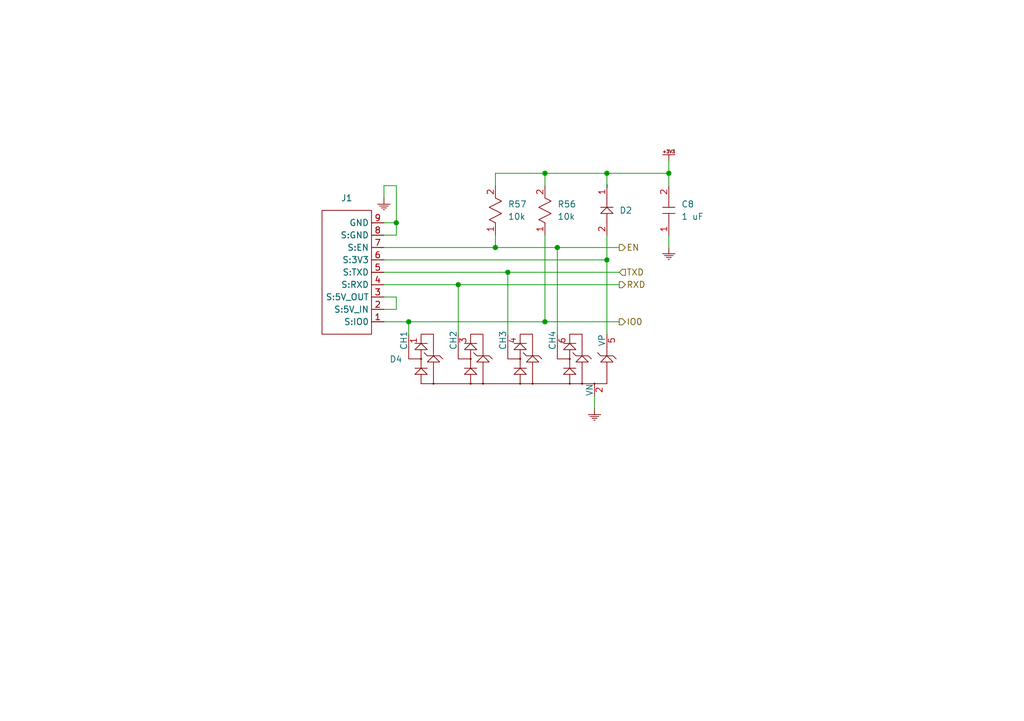
<source format=kicad_sch>
(kicad_sch (version 20230121) (generator eeschema)
  (paper "A5")
  (lib_symbols
    (symbol "zandmd:+3V3" (power) (pin_names (offset 0))
      (symbol "+3V3_0_1"
        (polyline (pts (xy -1.27 1.27) (xy 1.27 1.27)))
        (polyline (pts (xy 0 0) (xy 0 1.27)))
      )
      (symbol "+3V3_1_1"
        (text "+3V3" (at 0 1.905 0) (effects (font (size 0.635 0.635))))
        (pin power_in line (at 0 0 90) (length 0) hide (name "+3V3") (number "1"))
      )
    )
    (symbol "zandmd:CAPACITOR" (pin_names (offset 0))
      (property "Reference" "C" (at 0 0 0))
      (property "Value" "C" (at 0 0 0))
      (symbol "CAPACITOR_0_1"
        (polyline (pts (xy 2.54 0) (xy 4.445 0)))
        (polyline (pts (xy 4.445 1.27) (xy 4.445 -1.27)))
        (polyline (pts (xy 5.715 1.27) (xy 5.715 -1.27)))
        (polyline (pts (xy 7.62 0) (xy 5.715 0)))
      )
      (symbol "CAPACITOR_1_1"
        (pin passive line (at 0 0 0) (length 2.54) (name "") (number "1"))
        (pin passive line (at 10.16 0 180) (length 2.54) (name "") (number "2"))
      )
    )
    (symbol "zandmd:CF25081D0R0-10-NH"
      (property "Reference" "J" (at 0 0 0))
      (symbol "CF25081D0R0-10-NH_0_1"
        (rectangle (start 2.54 25.4) (end 12.7 0))
      )
      (symbol "CF25081D0R0-10-NH_1_1"
        (pin unspecified line (at 0 22.86 0) (length 2.54) (name "P1") (number "1") (alternate "S:IO0" open_collector line))
        (pin unspecified line (at 0 20.32 0) (length 2.54) (name "P2") (number "2") (alternate "S:5V_IN" power_out line))
        (pin unspecified line (at 0 17.78 0) (length 2.54) (name "P3") (number "3") (alternate "S:5V_OUT" power_in line))
        (pin unspecified line (at 0 15.24 0) (length 2.54) (name "P4") (number "4") (alternate "S:RXD" output line))
        (pin unspecified line (at 0 12.7 0) (length 2.54) (name "P5") (number "5") (alternate "S:TXD" input line))
        (pin unspecified line (at 0 10.16 0) (length 2.54) (name "P6") (number "6") (alternate "S:3V3" power_out line))
        (pin unspecified line (at 0 7.62 0) (length 2.54) (name "P7") (number "7") (alternate "S:EN" open_collector line))
        (pin unspecified line (at 0 5.08 0) (length 2.54) (name "P8") (number "8") (alternate "S:GND" passive line))
        (pin passive line (at 0 2.54 0) (length 2.54) (name "GND") (number "9"))
      )
    )
    (symbol "zandmd:CM1293A-04SO" (pin_names (offset 0))
      (property "Reference" "D" (at 0 0 0))
      (symbol "CM1293A-04SO_0_1"
        (polyline (pts (xy 0 10.16) (xy 0 7.62)))
        (polyline (pts (xy 1.27 5.715) (xy 3.81 5.715)))
        (polyline (pts (xy 1.27 10.795) (xy 3.81 10.795)))
        (polyline (pts (xy 2.54 4.445) (xy 2.54 2.54)))
        (polyline (pts (xy 2.54 7.62) (xy 0 7.62)))
        (polyline (pts (xy 2.54 9.525) (xy 2.54 5.715)))
        (polyline (pts (xy 5.08 6.985) (xy 5.08 2.54)))
        (polyline (pts (xy 10.16 10.16) (xy 10.16 7.62)))
        (polyline (pts (xy 11.43 5.715) (xy 13.97 5.715)))
        (polyline (pts (xy 11.43 10.795) (xy 13.97 10.795)))
        (polyline (pts (xy 12.7 4.445) (xy 12.7 2.54)))
        (polyline (pts (xy 12.7 7.62) (xy 10.16 7.62)))
        (polyline (pts (xy 12.7 9.525) (xy 12.7 5.715)))
        (polyline (pts (xy 15.24 6.985) (xy 15.24 2.54)))
        (polyline (pts (xy 20.32 10.16) (xy 20.32 7.62)))
        (polyline (pts (xy 21.59 5.715) (xy 24.13 5.715)))
        (polyline (pts (xy 21.59 10.795) (xy 24.13 10.795)))
        (polyline (pts (xy 22.86 4.445) (xy 22.86 2.54)))
        (polyline (pts (xy 22.86 7.62) (xy 20.32 7.62)))
        (polyline (pts (xy 22.86 9.525) (xy 22.86 5.715)))
        (polyline (pts (xy 25.4 6.985) (xy 25.4 2.54)))
        (polyline (pts (xy 30.48 10.16) (xy 30.48 7.62)))
        (polyline (pts (xy 31.75 5.715) (xy 34.29 5.715)))
        (polyline (pts (xy 31.75 10.795) (xy 34.29 10.795)))
        (polyline (pts (xy 33.02 4.445) (xy 33.02 2.54)))
        (polyline (pts (xy 33.02 7.62) (xy 30.48 7.62)))
        (polyline (pts (xy 33.02 9.525) (xy 33.02 5.715)))
        (polyline (pts (xy 35.56 6.985) (xy 35.56 2.54)))
        (polyline (pts (xy 40.64 2.54) (xy 2.54 2.54)))
        (polyline (pts (xy 40.64 6.985) (xy 40.64 2.54)))
        (polyline (pts (xy 40.64 8.255) (xy 40.64 10.16)))
        (polyline (pts (xy 2.54 5.715) (xy 1.27 4.445) (xy 3.81 4.445) (xy 2.54 5.715)))
        (polyline (pts (xy 2.54 10.795) (xy 1.27 9.525) (xy 3.81 9.525) (xy 2.54 10.795)))
        (polyline (pts (xy 2.54 10.795) (xy 2.54 12.7) (xy 5.08 12.7) (xy 5.08 8.255)))
        (polyline (pts (xy 5.08 8.255) (xy 3.81 6.985) (xy 6.35 6.985) (xy 5.08 8.255)))
        (polyline (pts (xy 6.985 7.62) (xy 6.35 8.255) (xy 3.81 8.255) (xy 3.175 8.89)))
        (polyline (pts (xy 12.7 5.715) (xy 11.43 4.445) (xy 13.97 4.445) (xy 12.7 5.715)))
        (polyline (pts (xy 12.7 10.795) (xy 11.43 9.525) (xy 13.97 9.525) (xy 12.7 10.795)))
        (polyline (pts (xy 12.7 10.795) (xy 12.7 12.7) (xy 15.24 12.7) (xy 15.24 8.255)))
        (polyline (pts (xy 15.24 8.255) (xy 13.97 6.985) (xy 16.51 6.985) (xy 15.24 8.255)))
        (polyline (pts (xy 17.145 7.62) (xy 16.51 8.255) (xy 13.97 8.255) (xy 13.335 8.89)))
        (polyline (pts (xy 22.86 5.715) (xy 21.59 4.445) (xy 24.13 4.445) (xy 22.86 5.715)))
        (polyline (pts (xy 22.86 10.795) (xy 21.59 9.525) (xy 24.13 9.525) (xy 22.86 10.795)))
        (polyline (pts (xy 22.86 10.795) (xy 22.86 12.7) (xy 25.4 12.7) (xy 25.4 8.255)))
        (polyline (pts (xy 25.4 8.255) (xy 24.13 6.985) (xy 26.67 6.985) (xy 25.4 8.255)))
        (polyline (pts (xy 27.305 7.62) (xy 26.67 8.255) (xy 24.13 8.255) (xy 23.495 8.89)))
        (polyline (pts (xy 33.02 5.715) (xy 31.75 4.445) (xy 34.29 4.445) (xy 33.02 5.715)))
        (polyline (pts (xy 33.02 10.795) (xy 31.75 9.525) (xy 34.29 9.525) (xy 33.02 10.795)))
        (polyline (pts (xy 33.02 10.795) (xy 33.02 12.7) (xy 35.56 12.7) (xy 35.56 8.255)))
        (polyline (pts (xy 35.56 8.255) (xy 34.29 6.985) (xy 36.83 6.985) (xy 35.56 8.255)))
        (polyline (pts (xy 37.465 7.62) (xy 36.83 8.255) (xy 34.29 8.255) (xy 33.655 8.89)))
        (polyline (pts (xy 40.64 8.255) (xy 39.37 6.985) (xy 41.91 6.985) (xy 40.64 8.255)))
        (polyline (pts (xy 42.545 7.62) (xy 41.91 8.255) (xy 39.37 8.255) (xy 38.735 8.89)))
        (circle (center 2.54 7.62) (radius 0.127))
        (circle (center 5.08 2.54) (radius 0.127))
        (circle (center 12.7 2.54) (radius 0.127))
        (circle (center 12.7 7.62) (radius 0.127))
        (circle (center 15.24 2.54) (radius 0.127))
        (circle (center 22.86 2.54) (radius 0.127))
        (circle (center 22.86 7.62) (radius 0.127))
        (circle (center 25.4 2.54) (radius 0.127))
        (circle (center 33.02 2.54) (radius 0.127))
        (circle (center 33.02 7.62) (radius 0.127))
        (circle (center 35.56 2.54) (radius 0.127))
        (circle (center 38.1 2.54) (radius 0.127))
      )
      (symbol "CM1293A-04SO_1_1"
        (pin passive line (at 0 12.7 270) (length 2.54) (name "CH1") (number "1"))
        (pin passive line (at 38.1 0 90) (length 2.54) (name "VN") (number "2"))
        (pin passive line (at 10.16 12.7 270) (length 2.54) (name "CH2") (number "3"))
        (pin passive line (at 20.32 12.7 270) (length 2.54) (name "CH3") (number "4"))
        (pin passive line (at 40.64 12.7 270) (length 2.54) (name "VP") (number "5"))
        (pin passive line (at 30.48 12.7 270) (length 2.54) (name "CH4") (number "6"))
      )
    )
    (symbol "zandmd:DIODE" (pin_names (offset 0))
      (property "Reference" "D" (at 0 0 0))
      (symbol "DIODE_0_1"
        (polyline (pts (xy 4.445 0) (xy 2.54 0)))
        (polyline (pts (xy 4.445 1.27) (xy 4.445 -1.27)))
        (polyline (pts (xy 7.62 0) (xy 5.715 0)))
        (polyline (pts (xy 4.445 0) (xy 5.715 -1.27) (xy 5.715 1.27) (xy 4.445 0)))
      )
      (symbol "DIODE_1_1"
        (pin passive line (at 0 0 0) (length 2.54) (name "") (number "1"))
        (pin passive line (at 10.16 0 180) (length 2.54) (name "") (number "2"))
      )
    )
    (symbol "zandmd:GND" (power) (pin_names (offset 0))
      (symbol "GND_0_1"
        (polyline (pts (xy -1.27 -1.27) (xy 1.27 -1.27)))
        (polyline (pts (xy -0.889 -1.651) (xy 0.889 -1.651)))
        (polyline (pts (xy -0.508 -2.032) (xy 0.508 -2.032)))
        (polyline (pts (xy -0.127 -2.413) (xy 0.127 -2.413)))
        (polyline (pts (xy 0 0) (xy 0 -1.27)))
      )
      (symbol "GND_1_1"
        (pin power_in line (at 0 0 270) (length 0) hide (name "GND") (number "1"))
      )
    )
    (symbol "zandmd:RESISTOR" (pin_names (offset 0))
      (property "Reference" "R" (at 0 0 0))
      (property "Value" "R" (at 0 0 0))
      (symbol "RESISTOR_0_1"
        (polyline (pts (xy 2.54 0) (xy 3.175 1.27) (xy 4.445 -1.27) (xy 5.715 1.27) (xy 6.985 -1.27) (xy 7.62 0)))
      )
      (symbol "RESISTOR_1_1"
        (pin passive line (at 0 0 0) (length 2.54) (name "") (number "1"))
        (pin passive line (at 10.16 0 180) (length 2.54) (name "") (number "2"))
      )
    )
  )
  (junction (at 83.82 66.04))
  (junction (at 101.6 50.8))
  (junction (at 81.28 45.72))
  (junction (at 104.14 55.88))
  (junction (at 137.16 35.56))
  (junction (at 124.46 35.56))
  (junction (at 111.76 35.56))
  (junction (at 93.98 58.42))
  (junction (at 111.76 66.04))
  (junction (at 124.46 53.34))
  (junction (at 114.3 50.8))
  (wire (pts (xy 124.46 35.56) (xy 124.46 38.1)))
  (wire (pts (xy 93.98 58.42) (xy 127 58.42)))
  (wire (pts (xy 121.92 81.28) (xy 121.92 83.82)))
  (wire (pts (xy 124.46 53.34) (xy 124.46 68.58)))
  (wire (pts (xy 78.74 55.88) (xy 104.14 55.88)))
  (wire (pts (xy 81.28 48.26) (xy 81.28 45.72)))
  (wire (pts (xy 137.16 50.8) (xy 137.16 48.26)))
  (wire (pts (xy 78.74 38.1) (xy 81.28 38.1)))
  (wire (pts (xy 78.74 58.42) (xy 93.98 58.42)))
  (wire (pts (xy 137.16 38.1) (xy 137.16 35.56)))
  (wire (pts (xy 111.76 38.1) (xy 111.76 35.56)))
  (wire (pts (xy 78.74 50.8) (xy 101.6 50.8)))
  (wire (pts (xy 101.6 50.8) (xy 114.3 50.8)))
  (wire (pts (xy 78.74 66.04) (xy 83.82 66.04)))
  (wire (pts (xy 83.82 66.04) (xy 111.76 66.04)))
  (wire (pts (xy 114.3 50.8) (xy 127 50.8)))
  (wire (pts (xy 101.6 35.56) (xy 101.6 38.1)))
  (wire (pts (xy 78.74 45.72) (xy 81.28 45.72)))
  (wire (pts (xy 124.46 35.56) (xy 137.16 35.56)))
  (wire (pts (xy 81.28 38.1) (xy 81.28 45.72)))
  (wire (pts (xy 78.74 40.64) (xy 78.74 38.1)))
  (wire (pts (xy 137.16 33.02) (xy 137.16 35.56)))
  (wire (pts (xy 111.76 35.56) (xy 124.46 35.56)))
  (wire (pts (xy 111.76 35.56) (xy 101.6 35.56)))
  (wire (pts (xy 111.76 48.26) (xy 111.76 66.04)))
  (wire (pts (xy 78.74 53.34) (xy 124.46 53.34)))
  (wire (pts (xy 111.76 66.04) (xy 127 66.04)))
  (wire (pts (xy 104.14 55.88) (xy 127 55.88)))
  (wire (pts (xy 81.28 63.5) (xy 81.28 60.96)))
  (wire (pts (xy 78.74 48.26) (xy 81.28 48.26)))
  (wire (pts (xy 93.98 58.42) (xy 93.98 68.58)))
  (wire (pts (xy 101.6 48.26) (xy 101.6 50.8)))
  (wire (pts (xy 104.14 55.88) (xy 104.14 68.58)))
  (wire (pts (xy 124.46 48.26) (xy 124.46 53.34)))
  (wire (pts (xy 114.3 50.8) (xy 114.3 68.58)))
  (wire (pts (xy 78.74 60.96) (xy 81.28 60.96)))
  (wire (pts (xy 83.82 66.04) (xy 83.82 68.58)))
  (wire (pts (xy 78.74 63.5) (xy 81.28 63.5)))
  (hierarchical_label "RXD" (shape output) (at 127 58.42 0))
  (hierarchical_label "TXD" (shape input) (at 127 55.88 0))
  (hierarchical_label "IO0" (shape output) (at 127 66.04 0))
  (hierarchical_label "EN" (shape output) (at 127 50.8 0))
  (symbol (lib_id "zandmd:CF25081D0R0-10-NH") (at 78.74 43.18 180) (unit 1)
    (property "Reference" "J1" (at 71.12 40.64 0))
    (property "Value" "CF25081D0R0-10-NH" (effects hide))
    (property "Footprint" "zandmd:CF25081D0R0-10-NH" (effects hide))
    (property "Datasheet" "https://media.digikey.com/pdf/Data%20Sheets/Cvilux%20USA%20PDFs/CF2519SF.PDF" (effects hide))
    (property "Sim.Enable" "0" (effects hide))
    (pin "1" (alternate "S:IO0"))
    (pin "2" (alternate "S:5V_IN"))
    (pin "3" (alternate "S:5V_OUT"))
    (pin "4" (alternate "S:RXD"))
    (pin "5" (alternate "S:TXD"))
    (pin "6" (alternate "S:3V3"))
    (pin "7" (alternate "S:EN"))
    (pin "8" (alternate "S:GND"))
    (instances (project "tv-source-switcher" (path "" (reference "J1") (unit 1))) (project "disc-charger" (path "" (reference "J1") (unit 1))) (project "neopixel-controller" (path "" (reference "J2") (unit 1))) (project "pinewood-derby-car" (path "" (reference "J3") (unit 1))) (project "main-board" (path "" (reference "J2") (unit 1))))
  )
  (symbol (lib_id "zandmd:CAPACITOR") (at 137.16 48.26 90) (unit 1)
    (property "Reference" "C8" (at 139.7 41.91 90) (effects (justify right)))
    (property "Value" "1 uF" (at 139.7 44.45 90) (effects (justify right)))
    (property "Footprint" "zandmd:PASSIVE-NPOL-0805" (effects hide))
    (property "Sim.Device" "C" (effects hide))
    (property "Sim.Pins" "1=+ 2=-" (effects hide))
    (instances (project "tv-source-switcher" (path "" (reference "C8") (unit 1))) (project "disc-charger" (path "" (reference "C1") (unit 1))) (project "neopixel-controller" (path "" (reference "C9") (unit 1))) (project "pinewood-derby-car" (path "" (reference "C9") (unit 1))) (project "main-board" (path "" (reference "C4") (unit 1))))
  )
  (symbol (lib_id "zandmd:RESISTOR") (at 101.6 48.26 90) (unit 1)
    (property "Reference" "R57" (at 104.14 41.91 90) (effects (justify right)))
    (property "Value" "10k" (at 104.14 44.45 90) (effects (justify right)))
    (property "Footprint" "zandmd:PASSIVE-NPOL-0805" (effects hide))
    (property "Sim.Device" "R" (effects hide))
    (property "Sim.Pins" "1=+ 2=-" (effects hide))
    (instances (project "tv-source-switcher" (path "" (reference "R57") (unit 1))) (project "disc-charger" (path "" (reference "R2") (unit 1))) (project "neopixel-controller" (path "" (reference "R8") (unit 1))) (project "pinewood-derby-car" (path "" (reference "R6") (unit 1))) (project "main-board" (path "" (reference "R1") (unit 1))))
  )
  (symbol (lib_id "zandmd:GND") (at 78.74 40.64 0) (unit 1)
    (property "Reference" "#PWR01" (effects hide))
    (property "Value" "GND" (effects hide))
  )
  (symbol (lib_id "zandmd:DIODE") (at 124.46 38.1 270) (unit 1)
    (property "Reference" "D2" (at 127 43.18 90) (effects (justify left)))
    (property "Value" "~" (at 124.46 38.1 0))
    (property "Footprint" "zandmd:PASSIVE-POL-0805" (effects hide))
    (property "Sim.Enable" "0" (effects hide))
    (instances (project "tv-source-switcher" (path "" (reference "D2") (unit 1))) (project "disc-charger" (path "" (reference "D2") (unit 1))) (project "neopixel-controller" (path "" (reference "D4") (unit 1))) (project "pinewood-derby-car" (path "" (reference "D1") (unit 1))) (project "main-board" (path "" (reference "D4") (unit 1))))
  )
  (symbol (lib_id "zandmd:+3V3") (at 137.16 33.02 0) (unit 1)
    (property "Reference" "#PWR03" (effects hide))
    (property "Value" "+3V3" (effects hide))
  )
  (symbol (lib_id "zandmd:CM1293A-04SO") (at 83.82 81.28 0) (unit 1)
    (property "Reference" "D4" (at 82.55 73.7235 0) (effects (justify right)))
    (property "Value" "CM1293A-04SO" (effects hide))
    (property "Footprint" "zandmd:CM1293A-04SO" (effects hide))
    (property "Datasheet" "https://www.onsemi.com/pdf/datasheet/cm1293a-04so-d.pdf" (effects hide))
    (property "Sim.Enable" "0" (effects hide))
    (instances (project "tv-source-switcher" (path "" (reference "D4") (unit 1))) (project "disc-charger" (path "" (reference "D1") (unit 1))) (project "neopixel-controller" (path "" (reference "D3") (unit 1))) (project "pinewood-derby-car" (path "" (reference "D2") (unit 1))) (project "main-board" (path "" (reference "D3") (unit 1))))
  )
  (symbol (lib_id "zandmd:GND") (at 121.92 83.82 0) (unit 1)
    (property "Reference" "#PWR02" (effects hide))
    (property "Value" "GND" (effects hide))
  )
  (symbol (lib_id "zandmd:GND") (at 137.16 50.8 0) (unit 1)
    (property "Reference" "#PWR04" (effects hide))
    (property "Value" "GND" (effects hide))
  )
  (symbol (lib_id "zandmd:RESISTOR") (at 111.76 48.26 90) (unit 1)
    (property "Reference" "R56" (at 114.3 41.91 90) (effects (justify right)))
    (property "Value" "10k" (at 114.3 44.45 90) (effects (justify right)))
    (property "Footprint" "zandmd:PASSIVE-NPOL-0805" (effects hide))
    (property "Sim.Device" "R" (effects hide))
    (property "Sim.Pins" "1=+ 2=-" (effects hide))
    (instances (project "tv-source-switcher" (path "" (reference "R56") (unit 1))) (project "disc-charger" (path "" (reference "R1") (unit 1))) (project "neopixel-controller" (path "" (reference "R9") (unit 1))) (project "pinewood-derby-car" (path "" (reference "R7") (unit 1))) (project "main-board" (path "" (reference "R4") (unit 1))))
  )
)
</source>
